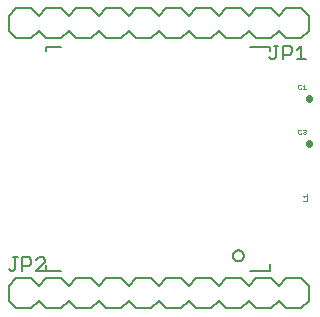
<source format=gbr>
G04 EAGLE Gerber RS-274X export*
G75*
%MOMM*%
%FSLAX34Y34*%
%LPD*%
%INSilkscreen Top*%
%IPPOS*%
%AMOC8*
5,1,8,0,0,1.08239X$1,22.5*%
G01*
%ADD10C,0.558800*%
%ADD11C,0.025400*%
%ADD12C,0.203200*%
%ADD13C,0.127000*%


D10*
X266700Y142705D02*
X266700Y142095D01*
D11*
X260479Y153325D02*
X259844Y153960D01*
X258573Y153960D01*
X257937Y153325D01*
X257937Y150783D01*
X258573Y150147D01*
X259844Y150147D01*
X260479Y150783D01*
X261679Y153325D02*
X262315Y153960D01*
X263586Y153960D01*
X264221Y153325D01*
X264221Y152689D01*
X263586Y152054D01*
X262950Y152054D01*
X263586Y152054D02*
X264221Y151418D01*
X264221Y150783D01*
X263586Y150147D01*
X262315Y150147D01*
X261679Y150783D01*
D10*
X266700Y180195D02*
X266700Y180805D01*
D11*
X260479Y191425D02*
X259844Y192060D01*
X258573Y192060D01*
X257937Y191425D01*
X257937Y188883D01*
X258573Y188247D01*
X259844Y188247D01*
X260479Y188883D01*
X261679Y190789D02*
X262950Y192060D01*
X262950Y188247D01*
X261679Y188247D02*
X264221Y188247D01*
D12*
X107950Y231300D02*
X95250Y231300D01*
X88900Y237650D01*
X88900Y250350D02*
X95250Y256700D01*
X133350Y231300D02*
X139700Y237650D01*
X133350Y231300D02*
X120650Y231300D01*
X114300Y237650D01*
X114300Y250350D02*
X120650Y256700D01*
X133350Y256700D01*
X139700Y250350D01*
X114300Y237650D02*
X107950Y231300D01*
X114300Y250350D02*
X107950Y256700D01*
X95250Y256700D01*
X171450Y231300D02*
X184150Y231300D01*
X171450Y231300D02*
X165100Y237650D01*
X165100Y250350D02*
X171450Y256700D01*
X165100Y237650D02*
X158750Y231300D01*
X146050Y231300D01*
X139700Y237650D01*
X139700Y250350D02*
X146050Y256700D01*
X158750Y256700D01*
X165100Y250350D01*
X209550Y231300D02*
X215900Y237650D01*
X209550Y231300D02*
X196850Y231300D01*
X190500Y237650D01*
X190500Y250350D02*
X196850Y256700D01*
X209550Y256700D01*
X215900Y250350D01*
X190500Y237650D02*
X184150Y231300D01*
X190500Y250350D02*
X184150Y256700D01*
X171450Y256700D01*
X247650Y231300D02*
X260350Y231300D01*
X247650Y231300D02*
X241300Y237650D01*
X241300Y250350D02*
X247650Y256700D01*
X241300Y237650D02*
X234950Y231300D01*
X222250Y231300D01*
X215900Y237650D01*
X215900Y250350D02*
X222250Y256700D01*
X234950Y256700D01*
X241300Y250350D01*
X266700Y250350D02*
X266700Y237650D01*
X260350Y231300D01*
X266700Y250350D02*
X260350Y256700D01*
X247650Y256700D01*
X82550Y231300D02*
X69850Y231300D01*
X63500Y237650D01*
X63500Y250350D02*
X69850Y256700D01*
X88900Y237650D02*
X82550Y231300D01*
X88900Y250350D02*
X82550Y256700D01*
X69850Y256700D01*
X57150Y231300D02*
X44450Y231300D01*
X38100Y237650D01*
X38100Y250350D02*
X44450Y256700D01*
X63500Y237650D02*
X57150Y231300D01*
X63500Y250350D02*
X57150Y256700D01*
X44450Y256700D01*
X31750Y231300D02*
X19050Y231300D01*
X12700Y237650D01*
X12700Y250350D01*
X19050Y256700D01*
X38100Y237650D02*
X31750Y231300D01*
X38100Y250350D02*
X31750Y256700D01*
X19050Y256700D01*
D13*
X233015Y215554D02*
X234922Y213647D01*
X236828Y213647D01*
X238735Y215554D01*
X238735Y225087D01*
X236828Y225087D02*
X240642Y225087D01*
X244709Y225087D02*
X244709Y213647D01*
X244709Y225087D02*
X250429Y225087D01*
X252336Y223180D01*
X252336Y219367D01*
X250429Y217460D01*
X244709Y217460D01*
X256403Y221274D02*
X260216Y225087D01*
X260216Y213647D01*
X256403Y213647D02*
X264029Y213647D01*
D12*
X184150Y28100D02*
X171450Y28100D01*
X184150Y28100D02*
X190500Y21750D01*
X190500Y9050D02*
X184150Y2700D01*
X146050Y28100D02*
X139700Y21750D01*
X146050Y28100D02*
X158750Y28100D01*
X165100Y21750D01*
X165100Y9050D02*
X158750Y2700D01*
X146050Y2700D01*
X139700Y9050D01*
X165100Y21750D02*
X171450Y28100D01*
X165100Y9050D02*
X171450Y2700D01*
X184150Y2700D01*
X107950Y28100D02*
X95250Y28100D01*
X107950Y28100D02*
X114300Y21750D01*
X114300Y9050D02*
X107950Y2700D01*
X114300Y21750D02*
X120650Y28100D01*
X133350Y28100D01*
X139700Y21750D01*
X139700Y9050D02*
X133350Y2700D01*
X120650Y2700D01*
X114300Y9050D01*
X69850Y28100D02*
X63500Y21750D01*
X69850Y28100D02*
X82550Y28100D01*
X88900Y21750D01*
X88900Y9050D02*
X82550Y2700D01*
X69850Y2700D01*
X63500Y9050D01*
X88900Y21750D02*
X95250Y28100D01*
X88900Y9050D02*
X95250Y2700D01*
X107950Y2700D01*
X31750Y28100D02*
X19050Y28100D01*
X31750Y28100D02*
X38100Y21750D01*
X38100Y9050D02*
X31750Y2700D01*
X38100Y21750D02*
X44450Y28100D01*
X57150Y28100D01*
X63500Y21750D01*
X63500Y9050D02*
X57150Y2700D01*
X44450Y2700D01*
X38100Y9050D01*
X12700Y9050D02*
X12700Y21750D01*
X19050Y28100D01*
X12700Y9050D02*
X19050Y2700D01*
X31750Y2700D01*
X196850Y28100D02*
X209550Y28100D01*
X215900Y21750D01*
X215900Y9050D02*
X209550Y2700D01*
X190500Y21750D02*
X196850Y28100D01*
X190500Y9050D02*
X196850Y2700D01*
X209550Y2700D01*
X222250Y28100D02*
X234950Y28100D01*
X241300Y21750D01*
X241300Y9050D02*
X234950Y2700D01*
X215900Y21750D02*
X222250Y28100D01*
X215900Y9050D02*
X222250Y2700D01*
X234950Y2700D01*
X247650Y28100D02*
X260350Y28100D01*
X266700Y21750D01*
X266700Y9050D01*
X260350Y2700D01*
X241300Y21750D02*
X247650Y28100D01*
X241300Y9050D02*
X247650Y2700D01*
X260350Y2700D01*
D13*
X14480Y34323D02*
X12573Y36230D01*
X14480Y34323D02*
X16386Y34323D01*
X18293Y36230D01*
X18293Y45763D01*
X16386Y45763D02*
X20200Y45763D01*
X24267Y45763D02*
X24267Y34323D01*
X24267Y45763D02*
X29987Y45763D01*
X31893Y43856D01*
X31893Y40043D01*
X29987Y38136D01*
X24267Y38136D01*
X35961Y34323D02*
X43587Y34323D01*
X35961Y34323D02*
X43587Y41950D01*
X43587Y43856D01*
X41681Y45763D01*
X37868Y45763D01*
X35961Y43856D01*
D12*
X43990Y39150D02*
X43990Y34150D01*
X56990Y34150D01*
X233990Y220150D02*
X233990Y224150D01*
X216990Y224150D01*
X56990Y224150D02*
X43990Y224150D01*
X43990Y220150D01*
X216990Y34150D02*
X233990Y34150D01*
X233990Y40150D01*
X202420Y47150D02*
X202422Y47285D01*
X202428Y47419D01*
X202438Y47554D01*
X202452Y47688D01*
X202470Y47822D01*
X202491Y47955D01*
X202517Y48087D01*
X202547Y48218D01*
X202580Y48349D01*
X202617Y48479D01*
X202658Y48607D01*
X202703Y48734D01*
X202752Y48860D01*
X202804Y48984D01*
X202860Y49107D01*
X202920Y49228D01*
X202983Y49347D01*
X203049Y49464D01*
X203119Y49579D01*
X203193Y49692D01*
X203269Y49803D01*
X203349Y49912D01*
X203432Y50018D01*
X203518Y50122D01*
X203607Y50223D01*
X203699Y50321D01*
X203794Y50417D01*
X203892Y50510D01*
X203993Y50600D01*
X204096Y50687D01*
X204201Y50770D01*
X204309Y50851D01*
X204420Y50929D01*
X204532Y51003D01*
X204647Y51074D01*
X204764Y51141D01*
X204882Y51205D01*
X205003Y51265D01*
X205125Y51322D01*
X205249Y51375D01*
X205374Y51425D01*
X205501Y51471D01*
X205629Y51513D01*
X205758Y51551D01*
X205889Y51585D01*
X206020Y51616D01*
X206152Y51643D01*
X206285Y51665D01*
X206419Y51684D01*
X206553Y51699D01*
X206687Y51710D01*
X206822Y51717D01*
X206956Y51720D01*
X207091Y51719D01*
X207226Y51714D01*
X207360Y51705D01*
X207495Y51692D01*
X207628Y51675D01*
X207761Y51654D01*
X207894Y51630D01*
X208026Y51601D01*
X208157Y51569D01*
X208286Y51532D01*
X208415Y51492D01*
X208542Y51448D01*
X208669Y51401D01*
X208793Y51349D01*
X208916Y51294D01*
X209038Y51236D01*
X209157Y51173D01*
X209275Y51108D01*
X209391Y51039D01*
X209504Y50966D01*
X209616Y50890D01*
X209725Y50811D01*
X209832Y50729D01*
X209936Y50644D01*
X210038Y50555D01*
X210137Y50464D01*
X210233Y50370D01*
X210327Y50272D01*
X210418Y50173D01*
X210505Y50070D01*
X210590Y49965D01*
X210671Y49858D01*
X210750Y49748D01*
X210825Y49636D01*
X210896Y49522D01*
X210964Y49406D01*
X211029Y49288D01*
X211091Y49167D01*
X211148Y49046D01*
X211202Y48922D01*
X211253Y48797D01*
X211300Y48671D01*
X211343Y48543D01*
X211382Y48414D01*
X211417Y48284D01*
X211449Y48153D01*
X211476Y48021D01*
X211500Y47888D01*
X211520Y47755D01*
X211536Y47621D01*
X211548Y47487D01*
X211556Y47352D01*
X211560Y47217D01*
X211560Y47083D01*
X211556Y46948D01*
X211548Y46813D01*
X211536Y46679D01*
X211520Y46545D01*
X211500Y46412D01*
X211476Y46279D01*
X211449Y46147D01*
X211417Y46016D01*
X211382Y45886D01*
X211343Y45757D01*
X211300Y45629D01*
X211253Y45503D01*
X211202Y45378D01*
X211148Y45254D01*
X211091Y45133D01*
X211029Y45012D01*
X210964Y44894D01*
X210896Y44778D01*
X210825Y44664D01*
X210750Y44552D01*
X210671Y44442D01*
X210590Y44335D01*
X210505Y44230D01*
X210418Y44127D01*
X210327Y44028D01*
X210233Y43930D01*
X210137Y43836D01*
X210038Y43745D01*
X209936Y43656D01*
X209832Y43571D01*
X209725Y43489D01*
X209616Y43410D01*
X209504Y43334D01*
X209391Y43261D01*
X209275Y43192D01*
X209157Y43127D01*
X209038Y43064D01*
X208916Y43006D01*
X208793Y42951D01*
X208669Y42899D01*
X208542Y42852D01*
X208415Y42808D01*
X208286Y42768D01*
X208157Y42731D01*
X208026Y42699D01*
X207894Y42670D01*
X207761Y42646D01*
X207628Y42625D01*
X207495Y42608D01*
X207360Y42595D01*
X207226Y42586D01*
X207091Y42581D01*
X206956Y42580D01*
X206822Y42583D01*
X206687Y42590D01*
X206553Y42601D01*
X206419Y42616D01*
X206285Y42635D01*
X206152Y42657D01*
X206020Y42684D01*
X205889Y42715D01*
X205758Y42749D01*
X205629Y42787D01*
X205501Y42829D01*
X205374Y42875D01*
X205249Y42925D01*
X205125Y42978D01*
X205003Y43035D01*
X204882Y43095D01*
X204764Y43159D01*
X204647Y43226D01*
X204532Y43297D01*
X204420Y43371D01*
X204309Y43449D01*
X204201Y43530D01*
X204096Y43613D01*
X203993Y43700D01*
X203892Y43790D01*
X203794Y43883D01*
X203699Y43979D01*
X203607Y44077D01*
X203518Y44178D01*
X203432Y44282D01*
X203349Y44388D01*
X203269Y44497D01*
X203193Y44608D01*
X203119Y44721D01*
X203049Y44836D01*
X202983Y44953D01*
X202920Y45072D01*
X202860Y45193D01*
X202804Y45316D01*
X202752Y45440D01*
X202703Y45566D01*
X202658Y45693D01*
X202617Y45821D01*
X202580Y45951D01*
X202547Y46082D01*
X202517Y46213D01*
X202491Y46345D01*
X202470Y46478D01*
X202452Y46612D01*
X202438Y46746D01*
X202428Y46881D01*
X202422Y47015D01*
X202420Y47150D01*
D11*
X261744Y93133D02*
X265557Y93133D01*
X265557Y95675D01*
X263015Y96875D02*
X261744Y98146D01*
X265557Y98146D01*
X265557Y96875D02*
X265557Y99417D01*
M02*

</source>
